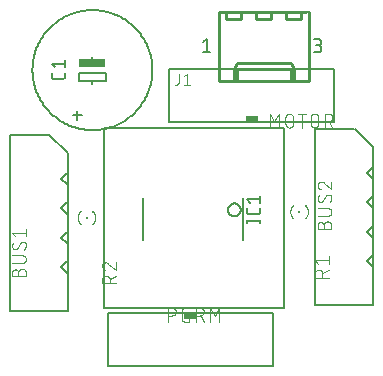
<source format=gbr>
G04 EAGLE Gerber RS-274X export*
G75*
%MOMM*%
%FSLAX34Y34*%
%LPD*%
%AMOC8*
5,1,8,0,0,1.08239X$1,22.5*%
G01*
%ADD10C,0.152400*%
%ADD11C,0.127000*%
%ADD12R,1.000000X0.500000*%
%ADD13C,0.101600*%
%ADD14R,2.286000X0.635000*%
%ADD15R,0.200000X0.200000*%
%ADD16R,0.250000X0.150000*%
%ADD17C,0.254000*%
%ADD18C,0.177800*%


D10*
X127430Y142010D02*
X127430Y106190D01*
X212770Y106190D02*
X212770Y142010D01*
X199818Y131847D02*
X199820Y131993D01*
X199826Y132138D01*
X199836Y132284D01*
X199850Y132429D01*
X199868Y132573D01*
X199889Y132717D01*
X199915Y132861D01*
X199945Y133003D01*
X199978Y133145D01*
X200016Y133286D01*
X200057Y133426D01*
X200102Y133564D01*
X200151Y133702D01*
X200203Y133838D01*
X200260Y133972D01*
X200319Y134105D01*
X200383Y134236D01*
X200450Y134365D01*
X200521Y134493D01*
X200595Y134618D01*
X200672Y134742D01*
X200753Y134863D01*
X200837Y134982D01*
X200924Y135099D01*
X201014Y135213D01*
X201108Y135325D01*
X201204Y135434D01*
X201304Y135541D01*
X201406Y135644D01*
X201511Y135745D01*
X201619Y135843D01*
X201730Y135938D01*
X201843Y136030D01*
X201958Y136119D01*
X202076Y136205D01*
X202196Y136287D01*
X202319Y136366D01*
X202443Y136442D01*
X202570Y136514D01*
X202698Y136583D01*
X202828Y136648D01*
X202960Y136710D01*
X203094Y136768D01*
X203229Y136822D01*
X203366Y136873D01*
X203504Y136920D01*
X203643Y136963D01*
X203783Y137002D01*
X203925Y137038D01*
X204067Y137069D01*
X204210Y137097D01*
X204354Y137121D01*
X204498Y137141D01*
X204643Y137157D01*
X204788Y137169D01*
X204933Y137177D01*
X205079Y137181D01*
X205225Y137181D01*
X205371Y137177D01*
X205516Y137169D01*
X205661Y137157D01*
X205806Y137141D01*
X205950Y137121D01*
X206094Y137097D01*
X206237Y137069D01*
X206379Y137038D01*
X206521Y137002D01*
X206661Y136963D01*
X206800Y136920D01*
X206938Y136873D01*
X207075Y136822D01*
X207210Y136768D01*
X207344Y136710D01*
X207476Y136648D01*
X207606Y136583D01*
X207734Y136514D01*
X207861Y136442D01*
X207985Y136366D01*
X208108Y136287D01*
X208228Y136205D01*
X208346Y136119D01*
X208461Y136030D01*
X208574Y135938D01*
X208685Y135843D01*
X208793Y135745D01*
X208898Y135644D01*
X209000Y135541D01*
X209100Y135434D01*
X209196Y135325D01*
X209290Y135213D01*
X209380Y135099D01*
X209467Y134982D01*
X209551Y134863D01*
X209632Y134742D01*
X209709Y134618D01*
X209783Y134493D01*
X209854Y134365D01*
X209921Y134236D01*
X209985Y134105D01*
X210044Y133972D01*
X210101Y133838D01*
X210153Y133702D01*
X210202Y133564D01*
X210247Y133426D01*
X210288Y133286D01*
X210326Y133145D01*
X210359Y133003D01*
X210389Y132861D01*
X210415Y132717D01*
X210436Y132573D01*
X210454Y132429D01*
X210468Y132284D01*
X210478Y132138D01*
X210484Y131993D01*
X210486Y131847D01*
X210484Y131701D01*
X210478Y131556D01*
X210468Y131410D01*
X210454Y131265D01*
X210436Y131121D01*
X210415Y130977D01*
X210389Y130833D01*
X210359Y130691D01*
X210326Y130549D01*
X210288Y130408D01*
X210247Y130268D01*
X210202Y130130D01*
X210153Y129992D01*
X210101Y129856D01*
X210044Y129722D01*
X209985Y129589D01*
X209921Y129458D01*
X209854Y129329D01*
X209783Y129201D01*
X209709Y129076D01*
X209632Y128952D01*
X209551Y128831D01*
X209467Y128712D01*
X209380Y128595D01*
X209290Y128481D01*
X209196Y128369D01*
X209100Y128260D01*
X209000Y128153D01*
X208898Y128050D01*
X208793Y127949D01*
X208685Y127851D01*
X208574Y127756D01*
X208461Y127664D01*
X208346Y127575D01*
X208228Y127489D01*
X208108Y127407D01*
X207985Y127328D01*
X207861Y127252D01*
X207734Y127180D01*
X207606Y127111D01*
X207476Y127046D01*
X207344Y126984D01*
X207210Y126926D01*
X207075Y126872D01*
X206938Y126821D01*
X206800Y126774D01*
X206661Y126731D01*
X206521Y126692D01*
X206379Y126656D01*
X206237Y126625D01*
X206094Y126597D01*
X205950Y126573D01*
X205806Y126553D01*
X205661Y126537D01*
X205516Y126525D01*
X205371Y126517D01*
X205225Y126513D01*
X205079Y126513D01*
X204933Y126517D01*
X204788Y126525D01*
X204643Y126537D01*
X204498Y126553D01*
X204354Y126573D01*
X204210Y126597D01*
X204067Y126625D01*
X203925Y126656D01*
X203783Y126692D01*
X203643Y126731D01*
X203504Y126774D01*
X203366Y126821D01*
X203229Y126872D01*
X203094Y126926D01*
X202960Y126984D01*
X202828Y127046D01*
X202698Y127111D01*
X202570Y127180D01*
X202443Y127252D01*
X202319Y127328D01*
X202196Y127407D01*
X202076Y127489D01*
X201958Y127575D01*
X201843Y127664D01*
X201730Y127756D01*
X201619Y127851D01*
X201511Y127949D01*
X201406Y128050D01*
X201304Y128153D01*
X201204Y128260D01*
X201108Y128369D01*
X201014Y128481D01*
X200924Y128595D01*
X200837Y128712D01*
X200753Y128831D01*
X200672Y128952D01*
X200595Y129076D01*
X200521Y129201D01*
X200450Y129329D01*
X200383Y129458D01*
X200319Y129589D01*
X200260Y129722D01*
X200203Y129856D01*
X200151Y129992D01*
X200102Y130130D01*
X200057Y130268D01*
X200016Y130408D01*
X199978Y130549D01*
X199945Y130691D01*
X199915Y130833D01*
X199889Y130977D01*
X199868Y131121D01*
X199850Y131265D01*
X199836Y131410D01*
X199826Y131556D01*
X199820Y131701D01*
X199818Y131847D01*
D11*
X215820Y121941D02*
X227250Y121941D01*
X227250Y120671D02*
X227250Y123211D01*
X215820Y123211D02*
X215820Y120671D01*
X227250Y130413D02*
X227250Y132953D01*
X227250Y130413D02*
X227248Y130313D01*
X227242Y130214D01*
X227232Y130114D01*
X227219Y130016D01*
X227201Y129917D01*
X227180Y129820D01*
X227155Y129724D01*
X227126Y129628D01*
X227093Y129534D01*
X227057Y129441D01*
X227017Y129350D01*
X226973Y129260D01*
X226926Y129172D01*
X226876Y129086D01*
X226822Y129002D01*
X226765Y128920D01*
X226705Y128841D01*
X226641Y128763D01*
X226575Y128689D01*
X226506Y128617D01*
X226434Y128548D01*
X226360Y128482D01*
X226282Y128418D01*
X226203Y128358D01*
X226121Y128301D01*
X226037Y128247D01*
X225951Y128197D01*
X225863Y128150D01*
X225773Y128106D01*
X225682Y128066D01*
X225589Y128030D01*
X225495Y127997D01*
X225399Y127968D01*
X225303Y127943D01*
X225206Y127922D01*
X225107Y127904D01*
X225009Y127891D01*
X224909Y127881D01*
X224810Y127875D01*
X224710Y127873D01*
X218360Y127873D01*
X218260Y127875D01*
X218161Y127881D01*
X218061Y127891D01*
X217963Y127904D01*
X217864Y127922D01*
X217767Y127943D01*
X217671Y127968D01*
X217575Y127997D01*
X217481Y128030D01*
X217388Y128066D01*
X217297Y128106D01*
X217207Y128150D01*
X217119Y128197D01*
X217033Y128247D01*
X216949Y128301D01*
X216867Y128358D01*
X216788Y128418D01*
X216710Y128482D01*
X216636Y128548D01*
X216564Y128617D01*
X216495Y128689D01*
X216429Y128763D01*
X216365Y128841D01*
X216305Y128920D01*
X216248Y129002D01*
X216194Y129086D01*
X216144Y129172D01*
X216097Y129260D01*
X216053Y129350D01*
X216013Y129441D01*
X215977Y129534D01*
X215944Y129628D01*
X215915Y129724D01*
X215890Y129820D01*
X215869Y129917D01*
X215851Y130016D01*
X215838Y130114D01*
X215828Y130214D01*
X215822Y130313D01*
X215820Y130413D01*
X215820Y132953D01*
X218360Y137435D02*
X215820Y140610D01*
X227250Y140610D01*
X227250Y137435D02*
X227250Y143785D01*
X94700Y201300D02*
X94700Y48900D01*
X94700Y201300D02*
X247100Y201300D01*
X247100Y48900D01*
X94700Y48900D01*
X97900Y44200D02*
X237900Y44200D01*
X97900Y44200D02*
X97900Y-800D01*
X237900Y-800D02*
X237900Y44200D01*
X237900Y-800D02*
X97900Y-800D01*
D12*
X167900Y41700D03*
D13*
X149226Y37008D02*
X149226Y48692D01*
X152472Y48692D01*
X152585Y48690D01*
X152698Y48684D01*
X152811Y48674D01*
X152924Y48660D01*
X153036Y48643D01*
X153147Y48621D01*
X153257Y48596D01*
X153367Y48566D01*
X153475Y48533D01*
X153582Y48496D01*
X153688Y48456D01*
X153792Y48411D01*
X153895Y48363D01*
X153996Y48312D01*
X154095Y48257D01*
X154192Y48199D01*
X154287Y48137D01*
X154380Y48072D01*
X154470Y48004D01*
X154558Y47933D01*
X154644Y47858D01*
X154727Y47781D01*
X154807Y47701D01*
X154884Y47618D01*
X154959Y47532D01*
X155030Y47444D01*
X155098Y47354D01*
X155163Y47261D01*
X155225Y47166D01*
X155283Y47069D01*
X155338Y46970D01*
X155389Y46869D01*
X155437Y46766D01*
X155482Y46662D01*
X155522Y46556D01*
X155559Y46449D01*
X155592Y46341D01*
X155622Y46231D01*
X155647Y46121D01*
X155669Y46010D01*
X155686Y45898D01*
X155700Y45785D01*
X155710Y45672D01*
X155716Y45559D01*
X155718Y45446D01*
X155716Y45333D01*
X155710Y45220D01*
X155700Y45107D01*
X155686Y44994D01*
X155669Y44882D01*
X155647Y44771D01*
X155622Y44661D01*
X155592Y44551D01*
X155559Y44443D01*
X155522Y44336D01*
X155482Y44230D01*
X155437Y44126D01*
X155389Y44023D01*
X155338Y43922D01*
X155283Y43823D01*
X155225Y43726D01*
X155163Y43631D01*
X155098Y43538D01*
X155030Y43448D01*
X154959Y43360D01*
X154884Y43274D01*
X154807Y43191D01*
X154727Y43111D01*
X154644Y43034D01*
X154558Y42959D01*
X154470Y42888D01*
X154380Y42820D01*
X154287Y42755D01*
X154192Y42693D01*
X154095Y42635D01*
X153996Y42580D01*
X153895Y42529D01*
X153792Y42481D01*
X153688Y42436D01*
X153582Y42396D01*
X153475Y42359D01*
X153367Y42326D01*
X153257Y42296D01*
X153147Y42271D01*
X153036Y42249D01*
X152924Y42232D01*
X152811Y42218D01*
X152698Y42208D01*
X152585Y42202D01*
X152472Y42200D01*
X152472Y42201D02*
X149226Y42201D01*
X165031Y43499D02*
X166978Y43499D01*
X166978Y37008D01*
X163083Y37008D01*
X162984Y37010D01*
X162884Y37016D01*
X162785Y37025D01*
X162687Y37038D01*
X162589Y37055D01*
X162491Y37076D01*
X162395Y37101D01*
X162300Y37129D01*
X162206Y37161D01*
X162113Y37196D01*
X162021Y37235D01*
X161931Y37278D01*
X161843Y37323D01*
X161756Y37373D01*
X161672Y37425D01*
X161589Y37481D01*
X161509Y37539D01*
X161431Y37601D01*
X161356Y37666D01*
X161283Y37734D01*
X161213Y37804D01*
X161145Y37877D01*
X161080Y37952D01*
X161018Y38030D01*
X160960Y38110D01*
X160904Y38193D01*
X160852Y38277D01*
X160802Y38364D01*
X160757Y38452D01*
X160714Y38542D01*
X160675Y38634D01*
X160640Y38727D01*
X160608Y38821D01*
X160580Y38916D01*
X160555Y39012D01*
X160534Y39110D01*
X160517Y39208D01*
X160504Y39306D01*
X160495Y39405D01*
X160489Y39505D01*
X160487Y39604D01*
X160487Y46096D01*
X160489Y46195D01*
X160495Y46295D01*
X160504Y46394D01*
X160517Y46492D01*
X160534Y46590D01*
X160555Y46688D01*
X160580Y46784D01*
X160608Y46879D01*
X160640Y46973D01*
X160675Y47066D01*
X160714Y47158D01*
X160757Y47248D01*
X160802Y47336D01*
X160852Y47423D01*
X160904Y47507D01*
X160960Y47590D01*
X161018Y47670D01*
X161080Y47748D01*
X161145Y47823D01*
X161213Y47896D01*
X161283Y47966D01*
X161356Y48034D01*
X161431Y48099D01*
X161509Y48161D01*
X161589Y48219D01*
X161672Y48275D01*
X161756Y48327D01*
X161843Y48377D01*
X161931Y48422D01*
X162021Y48465D01*
X162113Y48504D01*
X162205Y48539D01*
X162300Y48571D01*
X162395Y48599D01*
X162491Y48624D01*
X162589Y48645D01*
X162687Y48662D01*
X162785Y48675D01*
X162884Y48684D01*
X162984Y48690D01*
X163083Y48692D01*
X166978Y48692D01*
X172752Y48692D02*
X172752Y37008D01*
X172752Y48692D02*
X175998Y48692D01*
X176111Y48690D01*
X176224Y48684D01*
X176337Y48674D01*
X176450Y48660D01*
X176562Y48643D01*
X176673Y48621D01*
X176783Y48596D01*
X176893Y48566D01*
X177001Y48533D01*
X177108Y48496D01*
X177214Y48456D01*
X177318Y48411D01*
X177421Y48363D01*
X177522Y48312D01*
X177621Y48257D01*
X177718Y48199D01*
X177813Y48137D01*
X177906Y48072D01*
X177996Y48004D01*
X178084Y47933D01*
X178170Y47858D01*
X178253Y47781D01*
X178333Y47701D01*
X178410Y47618D01*
X178485Y47532D01*
X178556Y47444D01*
X178624Y47354D01*
X178689Y47261D01*
X178751Y47166D01*
X178809Y47069D01*
X178864Y46970D01*
X178915Y46869D01*
X178963Y46766D01*
X179008Y46662D01*
X179048Y46556D01*
X179085Y46449D01*
X179118Y46341D01*
X179148Y46231D01*
X179173Y46121D01*
X179195Y46010D01*
X179212Y45898D01*
X179226Y45785D01*
X179236Y45672D01*
X179242Y45559D01*
X179244Y45446D01*
X179242Y45333D01*
X179236Y45220D01*
X179226Y45107D01*
X179212Y44994D01*
X179195Y44882D01*
X179173Y44771D01*
X179148Y44661D01*
X179118Y44551D01*
X179085Y44443D01*
X179048Y44336D01*
X179008Y44230D01*
X178963Y44126D01*
X178915Y44023D01*
X178864Y43922D01*
X178809Y43823D01*
X178751Y43726D01*
X178689Y43631D01*
X178624Y43538D01*
X178556Y43448D01*
X178485Y43360D01*
X178410Y43274D01*
X178333Y43191D01*
X178253Y43111D01*
X178170Y43034D01*
X178084Y42959D01*
X177996Y42888D01*
X177906Y42820D01*
X177813Y42755D01*
X177718Y42693D01*
X177621Y42635D01*
X177522Y42580D01*
X177421Y42529D01*
X177318Y42481D01*
X177214Y42436D01*
X177108Y42396D01*
X177001Y42359D01*
X176893Y42326D01*
X176783Y42296D01*
X176673Y42271D01*
X176562Y42249D01*
X176450Y42232D01*
X176337Y42218D01*
X176224Y42208D01*
X176111Y42202D01*
X175998Y42200D01*
X175998Y42201D02*
X172752Y42201D01*
X176647Y42201D02*
X179244Y37008D01*
X184603Y37008D02*
X184603Y48692D01*
X188497Y42201D01*
X192392Y48692D01*
X192392Y37008D01*
D11*
X64100Y46200D02*
X64100Y179700D01*
X48100Y195200D02*
X15100Y195200D01*
X58600Y158200D02*
X63600Y163200D01*
X58600Y158200D02*
X63600Y153200D01*
X63600Y138200D02*
X58600Y133200D01*
X63600Y128200D01*
X63600Y113200D02*
X58600Y108200D01*
X63600Y103200D01*
X63600Y88200D02*
X58600Y83200D01*
X63600Y78200D01*
X64100Y179700D02*
X48600Y195200D01*
X15100Y195200D02*
X15100Y46200D01*
X64100Y46200D01*
D13*
X22201Y75361D02*
X22201Y78607D01*
X22200Y78607D02*
X22202Y78720D01*
X22208Y78833D01*
X22218Y78946D01*
X22232Y79059D01*
X22249Y79171D01*
X22271Y79282D01*
X22296Y79392D01*
X22326Y79502D01*
X22359Y79610D01*
X22396Y79717D01*
X22436Y79823D01*
X22481Y79927D01*
X22529Y80030D01*
X22580Y80131D01*
X22635Y80230D01*
X22693Y80327D01*
X22755Y80422D01*
X22820Y80515D01*
X22888Y80605D01*
X22959Y80693D01*
X23034Y80779D01*
X23111Y80862D01*
X23191Y80942D01*
X23274Y81019D01*
X23360Y81094D01*
X23448Y81165D01*
X23538Y81233D01*
X23631Y81298D01*
X23726Y81360D01*
X23823Y81418D01*
X23922Y81473D01*
X24023Y81524D01*
X24126Y81572D01*
X24230Y81617D01*
X24336Y81657D01*
X24443Y81694D01*
X24551Y81727D01*
X24661Y81757D01*
X24771Y81782D01*
X24882Y81804D01*
X24994Y81821D01*
X25107Y81835D01*
X25220Y81845D01*
X25333Y81851D01*
X25446Y81853D01*
X25559Y81851D01*
X25672Y81845D01*
X25785Y81835D01*
X25898Y81821D01*
X26010Y81804D01*
X26121Y81782D01*
X26231Y81757D01*
X26341Y81727D01*
X26449Y81694D01*
X26556Y81657D01*
X26662Y81617D01*
X26766Y81572D01*
X26869Y81524D01*
X26970Y81473D01*
X27069Y81418D01*
X27166Y81360D01*
X27261Y81298D01*
X27354Y81233D01*
X27444Y81165D01*
X27532Y81094D01*
X27618Y81019D01*
X27701Y80942D01*
X27781Y80862D01*
X27858Y80779D01*
X27933Y80693D01*
X28004Y80605D01*
X28072Y80515D01*
X28137Y80422D01*
X28199Y80327D01*
X28257Y80230D01*
X28312Y80131D01*
X28363Y80030D01*
X28411Y79927D01*
X28456Y79823D01*
X28496Y79717D01*
X28533Y79610D01*
X28566Y79502D01*
X28596Y79392D01*
X28621Y79282D01*
X28643Y79171D01*
X28660Y79059D01*
X28674Y78946D01*
X28684Y78833D01*
X28690Y78720D01*
X28692Y78607D01*
X28692Y75361D01*
X17008Y75361D01*
X17008Y78607D01*
X17010Y78708D01*
X17016Y78808D01*
X17026Y78908D01*
X17039Y79008D01*
X17057Y79107D01*
X17078Y79206D01*
X17103Y79303D01*
X17132Y79400D01*
X17165Y79495D01*
X17201Y79589D01*
X17241Y79681D01*
X17284Y79772D01*
X17331Y79861D01*
X17381Y79948D01*
X17435Y80034D01*
X17492Y80117D01*
X17552Y80197D01*
X17615Y80276D01*
X17682Y80352D01*
X17751Y80425D01*
X17823Y80495D01*
X17897Y80563D01*
X17974Y80628D01*
X18054Y80689D01*
X18136Y80748D01*
X18220Y80803D01*
X18306Y80855D01*
X18394Y80904D01*
X18484Y80949D01*
X18576Y80991D01*
X18669Y81029D01*
X18764Y81063D01*
X18859Y81094D01*
X18956Y81121D01*
X19054Y81144D01*
X19153Y81164D01*
X19253Y81179D01*
X19353Y81191D01*
X19453Y81199D01*
X19554Y81203D01*
X19654Y81203D01*
X19755Y81199D01*
X19855Y81191D01*
X19955Y81179D01*
X20055Y81164D01*
X20154Y81144D01*
X20252Y81121D01*
X20349Y81094D01*
X20444Y81063D01*
X20539Y81029D01*
X20632Y80991D01*
X20724Y80949D01*
X20814Y80904D01*
X20902Y80855D01*
X20988Y80803D01*
X21072Y80748D01*
X21154Y80689D01*
X21234Y80628D01*
X21311Y80563D01*
X21385Y80495D01*
X21457Y80425D01*
X21526Y80352D01*
X21593Y80276D01*
X21656Y80197D01*
X21716Y80117D01*
X21773Y80034D01*
X21827Y79948D01*
X21877Y79861D01*
X21924Y79772D01*
X21967Y79681D01*
X22007Y79589D01*
X22043Y79495D01*
X22076Y79400D01*
X22105Y79303D01*
X22130Y79206D01*
X22151Y79107D01*
X22169Y79008D01*
X22182Y78908D01*
X22192Y78808D01*
X22198Y78708D01*
X22200Y78607D01*
X25446Y86622D02*
X17008Y86622D01*
X25446Y86622D02*
X25559Y86624D01*
X25672Y86630D01*
X25785Y86640D01*
X25898Y86654D01*
X26010Y86671D01*
X26121Y86693D01*
X26231Y86718D01*
X26341Y86748D01*
X26449Y86781D01*
X26556Y86818D01*
X26662Y86858D01*
X26766Y86903D01*
X26869Y86951D01*
X26970Y87002D01*
X27069Y87057D01*
X27166Y87115D01*
X27261Y87177D01*
X27354Y87242D01*
X27444Y87310D01*
X27532Y87381D01*
X27618Y87456D01*
X27701Y87533D01*
X27781Y87613D01*
X27858Y87696D01*
X27933Y87782D01*
X28004Y87870D01*
X28072Y87960D01*
X28137Y88053D01*
X28199Y88148D01*
X28257Y88245D01*
X28312Y88344D01*
X28363Y88445D01*
X28411Y88548D01*
X28456Y88652D01*
X28496Y88758D01*
X28533Y88865D01*
X28566Y88973D01*
X28596Y89083D01*
X28621Y89193D01*
X28643Y89304D01*
X28660Y89416D01*
X28674Y89529D01*
X28684Y89642D01*
X28690Y89755D01*
X28692Y89868D01*
X28690Y89981D01*
X28684Y90094D01*
X28674Y90207D01*
X28660Y90320D01*
X28643Y90432D01*
X28621Y90543D01*
X28596Y90653D01*
X28566Y90763D01*
X28533Y90871D01*
X28496Y90978D01*
X28456Y91084D01*
X28411Y91188D01*
X28363Y91291D01*
X28312Y91392D01*
X28257Y91491D01*
X28199Y91588D01*
X28137Y91683D01*
X28072Y91776D01*
X28004Y91866D01*
X27933Y91954D01*
X27858Y92040D01*
X27781Y92123D01*
X27701Y92203D01*
X27618Y92280D01*
X27532Y92355D01*
X27444Y92426D01*
X27354Y92494D01*
X27261Y92559D01*
X27166Y92621D01*
X27069Y92679D01*
X26970Y92734D01*
X26869Y92785D01*
X26766Y92833D01*
X26662Y92878D01*
X26556Y92918D01*
X26449Y92955D01*
X26341Y92988D01*
X26231Y93018D01*
X26121Y93043D01*
X26010Y93065D01*
X25898Y93082D01*
X25785Y93096D01*
X25672Y93106D01*
X25559Y93112D01*
X25446Y93114D01*
X25446Y93113D02*
X17008Y93113D01*
X26096Y104543D02*
X26195Y104541D01*
X26295Y104535D01*
X26394Y104526D01*
X26492Y104513D01*
X26590Y104496D01*
X26688Y104475D01*
X26784Y104450D01*
X26879Y104422D01*
X26973Y104390D01*
X27066Y104355D01*
X27158Y104316D01*
X27248Y104273D01*
X27336Y104228D01*
X27423Y104178D01*
X27507Y104126D01*
X27590Y104070D01*
X27670Y104012D01*
X27748Y103950D01*
X27823Y103885D01*
X27896Y103817D01*
X27966Y103747D01*
X28034Y103674D01*
X28099Y103599D01*
X28161Y103521D01*
X28219Y103441D01*
X28275Y103358D01*
X28327Y103274D01*
X28377Y103187D01*
X28422Y103099D01*
X28465Y103009D01*
X28504Y102917D01*
X28539Y102824D01*
X28571Y102730D01*
X28599Y102635D01*
X28624Y102539D01*
X28645Y102441D01*
X28662Y102343D01*
X28675Y102245D01*
X28684Y102146D01*
X28690Y102046D01*
X28692Y101947D01*
X28690Y101803D01*
X28684Y101658D01*
X28675Y101514D01*
X28662Y101371D01*
X28645Y101227D01*
X28624Y101084D01*
X28599Y100942D01*
X28571Y100801D01*
X28539Y100660D01*
X28503Y100520D01*
X28464Y100381D01*
X28421Y100243D01*
X28374Y100107D01*
X28324Y99971D01*
X28270Y99837D01*
X28213Y99705D01*
X28152Y99574D01*
X28088Y99445D01*
X28020Y99317D01*
X27950Y99191D01*
X27875Y99067D01*
X27798Y98946D01*
X27717Y98826D01*
X27634Y98708D01*
X27547Y98593D01*
X27457Y98480D01*
X27364Y98369D01*
X27269Y98261D01*
X27170Y98155D01*
X27069Y98052D01*
X19604Y98377D02*
X19505Y98379D01*
X19405Y98385D01*
X19306Y98394D01*
X19208Y98407D01*
X19110Y98424D01*
X19012Y98445D01*
X18916Y98470D01*
X18821Y98498D01*
X18727Y98530D01*
X18634Y98565D01*
X18542Y98604D01*
X18452Y98647D01*
X18364Y98692D01*
X18277Y98742D01*
X18193Y98794D01*
X18110Y98850D01*
X18030Y98908D01*
X17952Y98970D01*
X17877Y99035D01*
X17804Y99103D01*
X17734Y99173D01*
X17666Y99246D01*
X17601Y99321D01*
X17539Y99399D01*
X17481Y99479D01*
X17425Y99562D01*
X17373Y99646D01*
X17323Y99733D01*
X17278Y99821D01*
X17235Y99911D01*
X17196Y100003D01*
X17161Y100096D01*
X17129Y100190D01*
X17101Y100285D01*
X17076Y100381D01*
X17055Y100479D01*
X17038Y100577D01*
X17025Y100675D01*
X17016Y100774D01*
X17010Y100874D01*
X17008Y100973D01*
X17010Y101109D01*
X17016Y101245D01*
X17025Y101381D01*
X17038Y101517D01*
X17056Y101652D01*
X17076Y101786D01*
X17101Y101920D01*
X17129Y102054D01*
X17162Y102186D01*
X17197Y102317D01*
X17237Y102448D01*
X17280Y102577D01*
X17326Y102705D01*
X17377Y102831D01*
X17430Y102957D01*
X17488Y103080D01*
X17548Y103202D01*
X17612Y103322D01*
X17680Y103441D01*
X17750Y103557D01*
X17824Y103671D01*
X17901Y103784D01*
X17982Y103894D01*
X21876Y99674D02*
X21823Y99588D01*
X21766Y99504D01*
X21707Y99422D01*
X21644Y99342D01*
X21578Y99265D01*
X21510Y99190D01*
X21438Y99118D01*
X21364Y99049D01*
X21287Y98983D01*
X21208Y98920D01*
X21126Y98860D01*
X21042Y98803D01*
X20956Y98749D01*
X20868Y98699D01*
X20778Y98652D01*
X20687Y98608D01*
X20593Y98569D01*
X20499Y98532D01*
X20403Y98500D01*
X20305Y98471D01*
X20207Y98446D01*
X20108Y98425D01*
X20008Y98407D01*
X19908Y98394D01*
X19807Y98384D01*
X19705Y98378D01*
X19604Y98376D01*
X23824Y103245D02*
X23877Y103331D01*
X23934Y103415D01*
X23993Y103497D01*
X24056Y103577D01*
X24122Y103654D01*
X24190Y103729D01*
X24262Y103801D01*
X24336Y103870D01*
X24413Y103936D01*
X24492Y103999D01*
X24574Y104059D01*
X24658Y104116D01*
X24744Y104170D01*
X24832Y104220D01*
X24922Y104267D01*
X25013Y104311D01*
X25107Y104350D01*
X25201Y104387D01*
X25297Y104419D01*
X25395Y104448D01*
X25493Y104473D01*
X25592Y104494D01*
X25692Y104512D01*
X25792Y104525D01*
X25893Y104535D01*
X25995Y104541D01*
X26096Y104543D01*
X23824Y103245D02*
X21876Y99675D01*
X19604Y109101D02*
X17008Y112346D01*
X28692Y112346D01*
X28692Y109101D02*
X28692Y115592D01*
D11*
X149700Y205800D02*
X289700Y205800D01*
X289700Y250800D01*
X149700Y250800D02*
X149700Y205800D01*
X149700Y250800D02*
X289700Y250800D01*
D12*
X219700Y208300D03*
D13*
X235208Y212992D02*
X235208Y201308D01*
X239103Y206501D02*
X235208Y212992D01*
X239103Y206501D02*
X242997Y212992D01*
X242997Y201308D01*
X248430Y204554D02*
X248430Y209746D01*
X248432Y209859D01*
X248438Y209972D01*
X248448Y210085D01*
X248462Y210198D01*
X248479Y210310D01*
X248501Y210421D01*
X248526Y210531D01*
X248556Y210641D01*
X248589Y210749D01*
X248626Y210856D01*
X248666Y210962D01*
X248711Y211066D01*
X248759Y211169D01*
X248810Y211270D01*
X248865Y211369D01*
X248923Y211466D01*
X248985Y211561D01*
X249050Y211654D01*
X249118Y211744D01*
X249189Y211832D01*
X249264Y211918D01*
X249341Y212001D01*
X249421Y212081D01*
X249504Y212158D01*
X249590Y212233D01*
X249678Y212304D01*
X249768Y212372D01*
X249861Y212437D01*
X249956Y212499D01*
X250053Y212557D01*
X250152Y212612D01*
X250253Y212663D01*
X250356Y212711D01*
X250460Y212756D01*
X250566Y212796D01*
X250673Y212833D01*
X250781Y212866D01*
X250891Y212896D01*
X251001Y212921D01*
X251112Y212943D01*
X251224Y212960D01*
X251337Y212974D01*
X251450Y212984D01*
X251563Y212990D01*
X251676Y212992D01*
X251789Y212990D01*
X251902Y212984D01*
X252015Y212974D01*
X252128Y212960D01*
X252240Y212943D01*
X252351Y212921D01*
X252461Y212896D01*
X252571Y212866D01*
X252679Y212833D01*
X252786Y212796D01*
X252892Y212756D01*
X252996Y212711D01*
X253099Y212663D01*
X253200Y212612D01*
X253299Y212557D01*
X253396Y212499D01*
X253491Y212437D01*
X253584Y212372D01*
X253674Y212304D01*
X253762Y212233D01*
X253848Y212158D01*
X253931Y212081D01*
X254011Y212001D01*
X254088Y211918D01*
X254163Y211832D01*
X254234Y211744D01*
X254302Y211654D01*
X254367Y211561D01*
X254429Y211466D01*
X254487Y211369D01*
X254542Y211270D01*
X254593Y211169D01*
X254641Y211066D01*
X254686Y210962D01*
X254726Y210856D01*
X254763Y210749D01*
X254796Y210641D01*
X254826Y210531D01*
X254851Y210421D01*
X254873Y210310D01*
X254890Y210198D01*
X254904Y210085D01*
X254914Y209972D01*
X254920Y209859D01*
X254922Y209746D01*
X254921Y209746D02*
X254921Y204554D01*
X254922Y204554D02*
X254920Y204441D01*
X254914Y204328D01*
X254904Y204215D01*
X254890Y204102D01*
X254873Y203990D01*
X254851Y203879D01*
X254826Y203769D01*
X254796Y203659D01*
X254763Y203551D01*
X254726Y203444D01*
X254686Y203338D01*
X254641Y203234D01*
X254593Y203131D01*
X254542Y203030D01*
X254487Y202931D01*
X254429Y202834D01*
X254367Y202739D01*
X254302Y202646D01*
X254234Y202556D01*
X254163Y202468D01*
X254088Y202382D01*
X254011Y202299D01*
X253931Y202219D01*
X253848Y202142D01*
X253762Y202067D01*
X253674Y201996D01*
X253584Y201928D01*
X253491Y201863D01*
X253396Y201801D01*
X253299Y201743D01*
X253200Y201688D01*
X253099Y201637D01*
X252996Y201589D01*
X252892Y201544D01*
X252786Y201504D01*
X252679Y201467D01*
X252571Y201434D01*
X252461Y201404D01*
X252351Y201379D01*
X252240Y201357D01*
X252128Y201340D01*
X252015Y201326D01*
X251902Y201316D01*
X251789Y201310D01*
X251676Y201308D01*
X251563Y201310D01*
X251450Y201316D01*
X251337Y201326D01*
X251224Y201340D01*
X251112Y201357D01*
X251001Y201379D01*
X250891Y201404D01*
X250781Y201434D01*
X250673Y201467D01*
X250566Y201504D01*
X250460Y201544D01*
X250356Y201589D01*
X250253Y201637D01*
X250152Y201688D01*
X250053Y201743D01*
X249956Y201801D01*
X249861Y201863D01*
X249768Y201928D01*
X249678Y201996D01*
X249590Y202067D01*
X249504Y202142D01*
X249421Y202219D01*
X249341Y202299D01*
X249264Y202382D01*
X249189Y202468D01*
X249118Y202556D01*
X249050Y202646D01*
X248985Y202739D01*
X248923Y202834D01*
X248865Y202931D01*
X248810Y203030D01*
X248759Y203131D01*
X248711Y203234D01*
X248666Y203338D01*
X248626Y203444D01*
X248589Y203551D01*
X248556Y203659D01*
X248526Y203769D01*
X248501Y203879D01*
X248479Y203990D01*
X248462Y204102D01*
X248448Y204215D01*
X248438Y204328D01*
X248432Y204441D01*
X248430Y204554D01*
X262344Y201308D02*
X262344Y212992D01*
X265589Y212992D02*
X259098Y212992D01*
X269766Y209746D02*
X269766Y204554D01*
X269766Y209746D02*
X269768Y209859D01*
X269774Y209972D01*
X269784Y210085D01*
X269798Y210198D01*
X269815Y210310D01*
X269837Y210421D01*
X269862Y210531D01*
X269892Y210641D01*
X269925Y210749D01*
X269962Y210856D01*
X270002Y210962D01*
X270047Y211066D01*
X270095Y211169D01*
X270146Y211270D01*
X270201Y211369D01*
X270259Y211466D01*
X270321Y211561D01*
X270386Y211654D01*
X270454Y211744D01*
X270525Y211832D01*
X270600Y211918D01*
X270677Y212001D01*
X270757Y212081D01*
X270840Y212158D01*
X270926Y212233D01*
X271014Y212304D01*
X271104Y212372D01*
X271197Y212437D01*
X271292Y212499D01*
X271389Y212557D01*
X271488Y212612D01*
X271589Y212663D01*
X271692Y212711D01*
X271796Y212756D01*
X271902Y212796D01*
X272009Y212833D01*
X272117Y212866D01*
X272227Y212896D01*
X272337Y212921D01*
X272448Y212943D01*
X272560Y212960D01*
X272673Y212974D01*
X272786Y212984D01*
X272899Y212990D01*
X273012Y212992D01*
X273125Y212990D01*
X273238Y212984D01*
X273351Y212974D01*
X273464Y212960D01*
X273576Y212943D01*
X273687Y212921D01*
X273797Y212896D01*
X273907Y212866D01*
X274015Y212833D01*
X274122Y212796D01*
X274228Y212756D01*
X274332Y212711D01*
X274435Y212663D01*
X274536Y212612D01*
X274635Y212557D01*
X274732Y212499D01*
X274827Y212437D01*
X274920Y212372D01*
X275010Y212304D01*
X275098Y212233D01*
X275184Y212158D01*
X275267Y212081D01*
X275347Y212001D01*
X275424Y211918D01*
X275499Y211832D01*
X275570Y211744D01*
X275638Y211654D01*
X275703Y211561D01*
X275765Y211466D01*
X275823Y211369D01*
X275878Y211270D01*
X275929Y211169D01*
X275977Y211066D01*
X276022Y210962D01*
X276062Y210856D01*
X276099Y210749D01*
X276132Y210641D01*
X276162Y210531D01*
X276187Y210421D01*
X276209Y210310D01*
X276226Y210198D01*
X276240Y210085D01*
X276250Y209972D01*
X276256Y209859D01*
X276258Y209746D01*
X276257Y209746D02*
X276257Y204554D01*
X276258Y204554D02*
X276256Y204441D01*
X276250Y204328D01*
X276240Y204215D01*
X276226Y204102D01*
X276209Y203990D01*
X276187Y203879D01*
X276162Y203769D01*
X276132Y203659D01*
X276099Y203551D01*
X276062Y203444D01*
X276022Y203338D01*
X275977Y203234D01*
X275929Y203131D01*
X275878Y203030D01*
X275823Y202931D01*
X275765Y202834D01*
X275703Y202739D01*
X275638Y202646D01*
X275570Y202556D01*
X275499Y202468D01*
X275424Y202382D01*
X275347Y202299D01*
X275267Y202219D01*
X275184Y202142D01*
X275098Y202067D01*
X275010Y201996D01*
X274920Y201928D01*
X274827Y201863D01*
X274732Y201801D01*
X274635Y201743D01*
X274536Y201688D01*
X274435Y201637D01*
X274332Y201589D01*
X274228Y201544D01*
X274122Y201504D01*
X274015Y201467D01*
X273907Y201434D01*
X273797Y201404D01*
X273687Y201379D01*
X273576Y201357D01*
X273464Y201340D01*
X273351Y201326D01*
X273238Y201316D01*
X273125Y201310D01*
X273012Y201308D01*
X272899Y201310D01*
X272786Y201316D01*
X272673Y201326D01*
X272560Y201340D01*
X272448Y201357D01*
X272337Y201379D01*
X272227Y201404D01*
X272117Y201434D01*
X272009Y201467D01*
X271902Y201504D01*
X271796Y201544D01*
X271692Y201589D01*
X271589Y201637D01*
X271488Y201688D01*
X271389Y201743D01*
X271292Y201801D01*
X271197Y201863D01*
X271104Y201928D01*
X271014Y201996D01*
X270926Y202067D01*
X270840Y202142D01*
X270757Y202219D01*
X270677Y202299D01*
X270600Y202382D01*
X270525Y202468D01*
X270454Y202556D01*
X270386Y202646D01*
X270321Y202739D01*
X270259Y202834D01*
X270201Y202931D01*
X270146Y203030D01*
X270095Y203131D01*
X270047Y203234D01*
X270002Y203338D01*
X269962Y203444D01*
X269925Y203551D01*
X269892Y203659D01*
X269862Y203769D01*
X269837Y203879D01*
X269815Y203990D01*
X269798Y204102D01*
X269784Y204215D01*
X269774Y204328D01*
X269768Y204441D01*
X269766Y204554D01*
X281651Y201308D02*
X281651Y212992D01*
X284896Y212992D01*
X285009Y212990D01*
X285122Y212984D01*
X285235Y212974D01*
X285348Y212960D01*
X285460Y212943D01*
X285571Y212921D01*
X285681Y212896D01*
X285791Y212866D01*
X285899Y212833D01*
X286006Y212796D01*
X286112Y212756D01*
X286216Y212711D01*
X286319Y212663D01*
X286420Y212612D01*
X286519Y212557D01*
X286616Y212499D01*
X286711Y212437D01*
X286804Y212372D01*
X286894Y212304D01*
X286982Y212233D01*
X287068Y212158D01*
X287151Y212081D01*
X287231Y212001D01*
X287308Y211918D01*
X287383Y211832D01*
X287454Y211744D01*
X287522Y211654D01*
X287587Y211561D01*
X287649Y211466D01*
X287707Y211369D01*
X287762Y211270D01*
X287813Y211169D01*
X287861Y211066D01*
X287906Y210962D01*
X287946Y210856D01*
X287983Y210749D01*
X288016Y210641D01*
X288046Y210531D01*
X288071Y210421D01*
X288093Y210310D01*
X288110Y210198D01*
X288124Y210085D01*
X288134Y209972D01*
X288140Y209859D01*
X288142Y209746D01*
X288140Y209633D01*
X288134Y209520D01*
X288124Y209407D01*
X288110Y209294D01*
X288093Y209182D01*
X288071Y209071D01*
X288046Y208961D01*
X288016Y208851D01*
X287983Y208743D01*
X287946Y208636D01*
X287906Y208530D01*
X287861Y208426D01*
X287813Y208323D01*
X287762Y208222D01*
X287707Y208123D01*
X287649Y208026D01*
X287587Y207931D01*
X287522Y207838D01*
X287454Y207748D01*
X287383Y207660D01*
X287308Y207574D01*
X287231Y207491D01*
X287151Y207411D01*
X287068Y207334D01*
X286982Y207259D01*
X286894Y207188D01*
X286804Y207120D01*
X286711Y207055D01*
X286616Y206993D01*
X286519Y206935D01*
X286420Y206880D01*
X286319Y206829D01*
X286216Y206781D01*
X286112Y206736D01*
X286006Y206696D01*
X285899Y206659D01*
X285791Y206626D01*
X285681Y206596D01*
X285571Y206571D01*
X285460Y206549D01*
X285348Y206532D01*
X285235Y206518D01*
X285122Y206508D01*
X285009Y206502D01*
X284896Y206500D01*
X284896Y206501D02*
X281651Y206501D01*
X285545Y206501D02*
X288142Y201308D01*
D11*
X322800Y184700D02*
X322800Y51200D01*
X306800Y200200D02*
X273800Y200200D01*
X317300Y163200D02*
X322300Y168200D01*
X317300Y163200D02*
X322300Y158200D01*
X322300Y143200D02*
X317300Y138200D01*
X322300Y133200D01*
X322300Y118200D02*
X317300Y113200D01*
X322300Y108200D01*
X322300Y93200D02*
X317300Y88200D01*
X322300Y83200D01*
X322800Y184700D02*
X307300Y200200D01*
X273800Y200200D02*
X273800Y51200D01*
X322800Y51200D01*
D13*
X280901Y115361D02*
X280901Y118607D01*
X280900Y118607D02*
X280902Y118720D01*
X280908Y118833D01*
X280918Y118946D01*
X280932Y119059D01*
X280949Y119171D01*
X280971Y119282D01*
X280996Y119392D01*
X281026Y119502D01*
X281059Y119610D01*
X281096Y119717D01*
X281136Y119823D01*
X281181Y119927D01*
X281229Y120030D01*
X281280Y120131D01*
X281335Y120230D01*
X281393Y120327D01*
X281455Y120422D01*
X281520Y120515D01*
X281588Y120605D01*
X281659Y120693D01*
X281734Y120779D01*
X281811Y120862D01*
X281891Y120942D01*
X281974Y121019D01*
X282060Y121094D01*
X282148Y121165D01*
X282238Y121233D01*
X282331Y121298D01*
X282426Y121360D01*
X282523Y121418D01*
X282622Y121473D01*
X282723Y121524D01*
X282826Y121572D01*
X282930Y121617D01*
X283036Y121657D01*
X283143Y121694D01*
X283251Y121727D01*
X283361Y121757D01*
X283471Y121782D01*
X283582Y121804D01*
X283694Y121821D01*
X283807Y121835D01*
X283920Y121845D01*
X284033Y121851D01*
X284146Y121853D01*
X284259Y121851D01*
X284372Y121845D01*
X284485Y121835D01*
X284598Y121821D01*
X284710Y121804D01*
X284821Y121782D01*
X284931Y121757D01*
X285041Y121727D01*
X285149Y121694D01*
X285256Y121657D01*
X285362Y121617D01*
X285466Y121572D01*
X285569Y121524D01*
X285670Y121473D01*
X285769Y121418D01*
X285866Y121360D01*
X285961Y121298D01*
X286054Y121233D01*
X286144Y121165D01*
X286232Y121094D01*
X286318Y121019D01*
X286401Y120942D01*
X286481Y120862D01*
X286558Y120779D01*
X286633Y120693D01*
X286704Y120605D01*
X286772Y120515D01*
X286837Y120422D01*
X286899Y120327D01*
X286957Y120230D01*
X287012Y120131D01*
X287063Y120030D01*
X287111Y119927D01*
X287156Y119823D01*
X287196Y119717D01*
X287233Y119610D01*
X287266Y119502D01*
X287296Y119392D01*
X287321Y119282D01*
X287343Y119171D01*
X287360Y119059D01*
X287374Y118946D01*
X287384Y118833D01*
X287390Y118720D01*
X287392Y118607D01*
X287392Y115361D01*
X275708Y115361D01*
X275708Y118607D01*
X275710Y118708D01*
X275716Y118808D01*
X275726Y118908D01*
X275739Y119008D01*
X275757Y119107D01*
X275778Y119206D01*
X275803Y119303D01*
X275832Y119400D01*
X275865Y119495D01*
X275901Y119589D01*
X275941Y119681D01*
X275984Y119772D01*
X276031Y119861D01*
X276081Y119948D01*
X276135Y120034D01*
X276192Y120117D01*
X276252Y120197D01*
X276315Y120276D01*
X276382Y120352D01*
X276451Y120425D01*
X276523Y120495D01*
X276597Y120563D01*
X276674Y120628D01*
X276754Y120689D01*
X276836Y120748D01*
X276920Y120803D01*
X277006Y120855D01*
X277094Y120904D01*
X277184Y120949D01*
X277276Y120991D01*
X277369Y121029D01*
X277464Y121063D01*
X277559Y121094D01*
X277656Y121121D01*
X277754Y121144D01*
X277853Y121164D01*
X277953Y121179D01*
X278053Y121191D01*
X278153Y121199D01*
X278254Y121203D01*
X278354Y121203D01*
X278455Y121199D01*
X278555Y121191D01*
X278655Y121179D01*
X278755Y121164D01*
X278854Y121144D01*
X278952Y121121D01*
X279049Y121094D01*
X279144Y121063D01*
X279239Y121029D01*
X279332Y120991D01*
X279424Y120949D01*
X279514Y120904D01*
X279602Y120855D01*
X279688Y120803D01*
X279772Y120748D01*
X279854Y120689D01*
X279934Y120628D01*
X280011Y120563D01*
X280085Y120495D01*
X280157Y120425D01*
X280226Y120352D01*
X280293Y120276D01*
X280356Y120197D01*
X280416Y120117D01*
X280473Y120034D01*
X280527Y119948D01*
X280577Y119861D01*
X280624Y119772D01*
X280667Y119681D01*
X280707Y119589D01*
X280743Y119495D01*
X280776Y119400D01*
X280805Y119303D01*
X280830Y119206D01*
X280851Y119107D01*
X280869Y119008D01*
X280882Y118908D01*
X280892Y118808D01*
X280898Y118708D01*
X280900Y118607D01*
X284146Y126622D02*
X275708Y126622D01*
X284146Y126622D02*
X284259Y126624D01*
X284372Y126630D01*
X284485Y126640D01*
X284598Y126654D01*
X284710Y126671D01*
X284821Y126693D01*
X284931Y126718D01*
X285041Y126748D01*
X285149Y126781D01*
X285256Y126818D01*
X285362Y126858D01*
X285466Y126903D01*
X285569Y126951D01*
X285670Y127002D01*
X285769Y127057D01*
X285866Y127115D01*
X285961Y127177D01*
X286054Y127242D01*
X286144Y127310D01*
X286232Y127381D01*
X286318Y127456D01*
X286401Y127533D01*
X286481Y127613D01*
X286558Y127696D01*
X286633Y127782D01*
X286704Y127870D01*
X286772Y127960D01*
X286837Y128053D01*
X286899Y128148D01*
X286957Y128245D01*
X287012Y128344D01*
X287063Y128445D01*
X287111Y128548D01*
X287156Y128652D01*
X287196Y128758D01*
X287233Y128865D01*
X287266Y128973D01*
X287296Y129083D01*
X287321Y129193D01*
X287343Y129304D01*
X287360Y129416D01*
X287374Y129529D01*
X287384Y129642D01*
X287390Y129755D01*
X287392Y129868D01*
X287390Y129981D01*
X287384Y130094D01*
X287374Y130207D01*
X287360Y130320D01*
X287343Y130432D01*
X287321Y130543D01*
X287296Y130653D01*
X287266Y130763D01*
X287233Y130871D01*
X287196Y130978D01*
X287156Y131084D01*
X287111Y131188D01*
X287063Y131291D01*
X287012Y131392D01*
X286957Y131491D01*
X286899Y131588D01*
X286837Y131683D01*
X286772Y131776D01*
X286704Y131866D01*
X286633Y131954D01*
X286558Y132040D01*
X286481Y132123D01*
X286401Y132203D01*
X286318Y132280D01*
X286232Y132355D01*
X286144Y132426D01*
X286054Y132494D01*
X285961Y132559D01*
X285866Y132621D01*
X285769Y132679D01*
X285670Y132734D01*
X285569Y132785D01*
X285466Y132833D01*
X285362Y132878D01*
X285256Y132918D01*
X285149Y132955D01*
X285041Y132988D01*
X284931Y133018D01*
X284821Y133043D01*
X284710Y133065D01*
X284598Y133082D01*
X284485Y133096D01*
X284372Y133106D01*
X284259Y133112D01*
X284146Y133114D01*
X284146Y133113D02*
X275708Y133113D01*
X284796Y144543D02*
X284895Y144541D01*
X284995Y144535D01*
X285094Y144526D01*
X285192Y144513D01*
X285290Y144496D01*
X285388Y144475D01*
X285484Y144450D01*
X285579Y144422D01*
X285673Y144390D01*
X285766Y144355D01*
X285858Y144316D01*
X285948Y144273D01*
X286036Y144228D01*
X286123Y144178D01*
X286207Y144126D01*
X286290Y144070D01*
X286370Y144012D01*
X286448Y143950D01*
X286523Y143885D01*
X286596Y143817D01*
X286666Y143747D01*
X286734Y143674D01*
X286799Y143599D01*
X286861Y143521D01*
X286919Y143441D01*
X286975Y143358D01*
X287027Y143274D01*
X287077Y143187D01*
X287122Y143099D01*
X287165Y143009D01*
X287204Y142917D01*
X287239Y142824D01*
X287271Y142730D01*
X287299Y142635D01*
X287324Y142539D01*
X287345Y142441D01*
X287362Y142343D01*
X287375Y142245D01*
X287384Y142146D01*
X287390Y142046D01*
X287392Y141947D01*
X287390Y141803D01*
X287384Y141658D01*
X287375Y141514D01*
X287362Y141371D01*
X287345Y141227D01*
X287324Y141084D01*
X287299Y140942D01*
X287271Y140801D01*
X287239Y140660D01*
X287203Y140520D01*
X287164Y140381D01*
X287121Y140243D01*
X287074Y140107D01*
X287024Y139971D01*
X286970Y139837D01*
X286913Y139705D01*
X286852Y139574D01*
X286788Y139445D01*
X286720Y139317D01*
X286650Y139191D01*
X286575Y139067D01*
X286498Y138946D01*
X286417Y138826D01*
X286334Y138708D01*
X286247Y138593D01*
X286157Y138480D01*
X286064Y138369D01*
X285969Y138261D01*
X285870Y138155D01*
X285769Y138052D01*
X278304Y138377D02*
X278205Y138379D01*
X278105Y138385D01*
X278006Y138394D01*
X277908Y138407D01*
X277810Y138424D01*
X277712Y138445D01*
X277616Y138470D01*
X277521Y138498D01*
X277427Y138530D01*
X277334Y138565D01*
X277242Y138604D01*
X277152Y138647D01*
X277064Y138692D01*
X276977Y138742D01*
X276893Y138794D01*
X276810Y138850D01*
X276730Y138908D01*
X276652Y138970D01*
X276577Y139035D01*
X276504Y139103D01*
X276434Y139173D01*
X276366Y139246D01*
X276301Y139321D01*
X276239Y139399D01*
X276181Y139479D01*
X276125Y139562D01*
X276073Y139646D01*
X276023Y139733D01*
X275978Y139821D01*
X275935Y139911D01*
X275896Y140003D01*
X275861Y140096D01*
X275829Y140190D01*
X275801Y140285D01*
X275776Y140381D01*
X275755Y140479D01*
X275738Y140577D01*
X275725Y140675D01*
X275716Y140774D01*
X275710Y140874D01*
X275708Y140973D01*
X275710Y141109D01*
X275716Y141245D01*
X275725Y141381D01*
X275738Y141517D01*
X275756Y141652D01*
X275776Y141786D01*
X275801Y141920D01*
X275829Y142054D01*
X275862Y142186D01*
X275897Y142317D01*
X275937Y142448D01*
X275980Y142577D01*
X276026Y142705D01*
X276077Y142831D01*
X276130Y142957D01*
X276188Y143080D01*
X276248Y143202D01*
X276312Y143322D01*
X276380Y143441D01*
X276450Y143557D01*
X276524Y143671D01*
X276601Y143784D01*
X276682Y143894D01*
X280576Y139674D02*
X280523Y139588D01*
X280466Y139504D01*
X280407Y139422D01*
X280344Y139342D01*
X280278Y139265D01*
X280210Y139190D01*
X280138Y139118D01*
X280064Y139049D01*
X279987Y138983D01*
X279908Y138920D01*
X279826Y138860D01*
X279742Y138803D01*
X279656Y138749D01*
X279568Y138699D01*
X279478Y138652D01*
X279387Y138608D01*
X279293Y138569D01*
X279199Y138532D01*
X279103Y138500D01*
X279005Y138471D01*
X278907Y138446D01*
X278808Y138425D01*
X278708Y138407D01*
X278608Y138394D01*
X278507Y138384D01*
X278405Y138378D01*
X278304Y138376D01*
X282524Y143245D02*
X282577Y143331D01*
X282634Y143415D01*
X282693Y143497D01*
X282756Y143577D01*
X282822Y143654D01*
X282890Y143729D01*
X282962Y143801D01*
X283036Y143870D01*
X283113Y143936D01*
X283192Y143999D01*
X283274Y144059D01*
X283358Y144116D01*
X283444Y144170D01*
X283532Y144220D01*
X283622Y144267D01*
X283713Y144311D01*
X283807Y144350D01*
X283901Y144387D01*
X283997Y144419D01*
X284095Y144448D01*
X284193Y144473D01*
X284292Y144494D01*
X284392Y144512D01*
X284492Y144525D01*
X284593Y144535D01*
X284695Y144541D01*
X284796Y144543D01*
X282524Y143245D02*
X280576Y139675D01*
X275708Y152671D02*
X275710Y152778D01*
X275716Y152884D01*
X275726Y152990D01*
X275739Y153096D01*
X275757Y153202D01*
X275778Y153306D01*
X275803Y153410D01*
X275832Y153513D01*
X275864Y153614D01*
X275901Y153714D01*
X275941Y153813D01*
X275984Y153911D01*
X276031Y154007D01*
X276082Y154101D01*
X276136Y154193D01*
X276193Y154283D01*
X276253Y154371D01*
X276317Y154456D01*
X276384Y154539D01*
X276454Y154620D01*
X276526Y154698D01*
X276602Y154774D01*
X276680Y154846D01*
X276761Y154916D01*
X276844Y154983D01*
X276929Y155047D01*
X277017Y155107D01*
X277107Y155164D01*
X277199Y155218D01*
X277293Y155269D01*
X277389Y155316D01*
X277487Y155359D01*
X277586Y155399D01*
X277686Y155436D01*
X277787Y155468D01*
X277890Y155497D01*
X277994Y155522D01*
X278098Y155543D01*
X278204Y155561D01*
X278310Y155574D01*
X278416Y155584D01*
X278522Y155590D01*
X278629Y155592D01*
X275708Y152671D02*
X275710Y152550D01*
X275716Y152429D01*
X275726Y152309D01*
X275739Y152188D01*
X275757Y152069D01*
X275778Y151949D01*
X275803Y151831D01*
X275832Y151714D01*
X275865Y151597D01*
X275901Y151482D01*
X275942Y151368D01*
X275985Y151255D01*
X276033Y151143D01*
X276084Y151034D01*
X276139Y150926D01*
X276197Y150819D01*
X276258Y150715D01*
X276323Y150613D01*
X276391Y150513D01*
X276462Y150415D01*
X276536Y150319D01*
X276613Y150226D01*
X276694Y150136D01*
X276777Y150048D01*
X276863Y149963D01*
X276952Y149880D01*
X277043Y149801D01*
X277137Y149724D01*
X277233Y149651D01*
X277331Y149581D01*
X277432Y149514D01*
X277535Y149450D01*
X277640Y149390D01*
X277747Y149332D01*
X277855Y149279D01*
X277965Y149229D01*
X278077Y149183D01*
X278190Y149140D01*
X278305Y149101D01*
X280901Y154618D02*
X280823Y154697D01*
X280743Y154773D01*
X280660Y154846D01*
X280574Y154916D01*
X280487Y154983D01*
X280396Y155047D01*
X280304Y155107D01*
X280210Y155165D01*
X280113Y155219D01*
X280015Y155269D01*
X279915Y155316D01*
X279814Y155360D01*
X279711Y155400D01*
X279606Y155436D01*
X279501Y155468D01*
X279394Y155497D01*
X279287Y155522D01*
X279178Y155544D01*
X279069Y155561D01*
X278960Y155575D01*
X278850Y155584D01*
X278739Y155590D01*
X278629Y155592D01*
X280901Y154618D02*
X287392Y149101D01*
X287392Y155592D01*
D10*
X85000Y238570D02*
X85000Y241110D01*
X96430Y241110D01*
X96430Y247460D01*
X73570Y247460D01*
X73570Y241110D01*
X85000Y241110D01*
X85000Y256350D02*
X85000Y261430D01*
X76110Y211900D02*
X68490Y211900D01*
X72300Y215710D02*
X72300Y208090D01*
X34200Y250000D02*
X34215Y251247D01*
X34261Y252493D01*
X34338Y253737D01*
X34445Y254979D01*
X34582Y256218D01*
X34750Y257454D01*
X34948Y258685D01*
X35176Y259911D01*
X35434Y261130D01*
X35722Y262343D01*
X36040Y263549D01*
X36387Y264746D01*
X36764Y265935D01*
X37170Y267114D01*
X37604Y268283D01*
X38067Y269440D01*
X38558Y270586D01*
X39077Y271720D01*
X39624Y272840D01*
X40198Y273947D01*
X40800Y275039D01*
X41427Y276116D01*
X42081Y277178D01*
X42761Y278223D01*
X43467Y279251D01*
X44197Y280262D01*
X44952Y281254D01*
X45731Y282227D01*
X46534Y283181D01*
X47360Y284115D01*
X48208Y285029D01*
X49079Y285921D01*
X49971Y286792D01*
X50885Y287640D01*
X51819Y288466D01*
X52773Y289269D01*
X53746Y290048D01*
X54738Y290803D01*
X55749Y291533D01*
X56777Y292239D01*
X57822Y292919D01*
X58884Y293573D01*
X59961Y294200D01*
X61053Y294802D01*
X62160Y295376D01*
X63280Y295923D01*
X64414Y296442D01*
X65560Y296933D01*
X66717Y297396D01*
X67886Y297830D01*
X69065Y298236D01*
X70254Y298613D01*
X71451Y298960D01*
X72657Y299278D01*
X73870Y299566D01*
X75089Y299824D01*
X76315Y300052D01*
X77546Y300250D01*
X78782Y300418D01*
X80021Y300555D01*
X81263Y300662D01*
X82507Y300739D01*
X83753Y300785D01*
X85000Y300800D01*
X86247Y300785D01*
X87493Y300739D01*
X88737Y300662D01*
X89979Y300555D01*
X91218Y300418D01*
X92454Y300250D01*
X93685Y300052D01*
X94911Y299824D01*
X96130Y299566D01*
X97343Y299278D01*
X98549Y298960D01*
X99746Y298613D01*
X100935Y298236D01*
X102114Y297830D01*
X103283Y297396D01*
X104440Y296933D01*
X105586Y296442D01*
X106720Y295923D01*
X107840Y295376D01*
X108947Y294802D01*
X110039Y294200D01*
X111116Y293573D01*
X112178Y292919D01*
X113223Y292239D01*
X114251Y291533D01*
X115262Y290803D01*
X116254Y290048D01*
X117227Y289269D01*
X118181Y288466D01*
X119115Y287640D01*
X120029Y286792D01*
X120921Y285921D01*
X121792Y285029D01*
X122640Y284115D01*
X123466Y283181D01*
X124269Y282227D01*
X125048Y281254D01*
X125803Y280262D01*
X126533Y279251D01*
X127239Y278223D01*
X127919Y277178D01*
X128573Y276116D01*
X129200Y275039D01*
X129802Y273947D01*
X130376Y272840D01*
X130923Y271720D01*
X131442Y270586D01*
X131933Y269440D01*
X132396Y268283D01*
X132830Y267114D01*
X133236Y265935D01*
X133613Y264746D01*
X133960Y263549D01*
X134278Y262343D01*
X134566Y261130D01*
X134824Y259911D01*
X135052Y258685D01*
X135250Y257454D01*
X135418Y256218D01*
X135555Y254979D01*
X135662Y253737D01*
X135739Y252493D01*
X135785Y251247D01*
X135800Y250000D01*
X135785Y248753D01*
X135739Y247507D01*
X135662Y246263D01*
X135555Y245021D01*
X135418Y243782D01*
X135250Y242546D01*
X135052Y241315D01*
X134824Y240089D01*
X134566Y238870D01*
X134278Y237657D01*
X133960Y236451D01*
X133613Y235254D01*
X133236Y234065D01*
X132830Y232886D01*
X132396Y231717D01*
X131933Y230560D01*
X131442Y229414D01*
X130923Y228280D01*
X130376Y227160D01*
X129802Y226053D01*
X129200Y224961D01*
X128573Y223884D01*
X127919Y222822D01*
X127239Y221777D01*
X126533Y220749D01*
X125803Y219738D01*
X125048Y218746D01*
X124269Y217773D01*
X123466Y216819D01*
X122640Y215885D01*
X121792Y214971D01*
X120921Y214079D01*
X120029Y213208D01*
X119115Y212360D01*
X118181Y211534D01*
X117227Y210731D01*
X116254Y209952D01*
X115262Y209197D01*
X114251Y208467D01*
X113223Y207761D01*
X112178Y207081D01*
X111116Y206427D01*
X110039Y205800D01*
X108947Y205198D01*
X107840Y204624D01*
X106720Y204077D01*
X105586Y203558D01*
X104440Y203067D01*
X103283Y202604D01*
X102114Y202170D01*
X100935Y201764D01*
X99746Y201387D01*
X98549Y201040D01*
X97343Y200722D01*
X96130Y200434D01*
X94911Y200176D01*
X93685Y199948D01*
X92454Y199750D01*
X91218Y199582D01*
X89979Y199445D01*
X88737Y199338D01*
X87493Y199261D01*
X86247Y199215D01*
X85000Y199200D01*
X83753Y199215D01*
X82507Y199261D01*
X81263Y199338D01*
X80021Y199445D01*
X78782Y199582D01*
X77546Y199750D01*
X76315Y199948D01*
X75089Y200176D01*
X73870Y200434D01*
X72657Y200722D01*
X71451Y201040D01*
X70254Y201387D01*
X69065Y201764D01*
X67886Y202170D01*
X66717Y202604D01*
X65560Y203067D01*
X64414Y203558D01*
X63280Y204077D01*
X62160Y204624D01*
X61053Y205198D01*
X59961Y205800D01*
X58884Y206427D01*
X57822Y207081D01*
X56777Y207761D01*
X55749Y208467D01*
X54738Y209197D01*
X53746Y209952D01*
X52773Y210731D01*
X51819Y211534D01*
X50885Y212360D01*
X49971Y213208D01*
X49079Y214079D01*
X48208Y214971D01*
X47360Y215885D01*
X46534Y216819D01*
X45731Y217773D01*
X44952Y218746D01*
X44197Y219738D01*
X43467Y220749D01*
X42761Y221777D01*
X42081Y222822D01*
X41427Y223884D01*
X40800Y224961D01*
X40198Y226053D01*
X39624Y227160D01*
X39077Y228280D01*
X38558Y229414D01*
X38067Y230560D01*
X37604Y231717D01*
X37170Y232886D01*
X36764Y234065D01*
X36387Y235254D01*
X36040Y236451D01*
X35722Y237657D01*
X35434Y238870D01*
X35176Y240089D01*
X34948Y241315D01*
X34750Y242546D01*
X34582Y243782D01*
X34445Y245021D01*
X34338Y246263D01*
X34261Y247507D01*
X34215Y248753D01*
X34200Y250000D01*
D14*
X85000Y255715D03*
D11*
X61933Y247705D02*
X61933Y245165D01*
X61931Y245065D01*
X61925Y244966D01*
X61915Y244866D01*
X61902Y244768D01*
X61884Y244669D01*
X61863Y244572D01*
X61838Y244476D01*
X61809Y244380D01*
X61776Y244286D01*
X61740Y244193D01*
X61700Y244102D01*
X61656Y244012D01*
X61609Y243924D01*
X61559Y243838D01*
X61505Y243754D01*
X61448Y243672D01*
X61388Y243593D01*
X61324Y243515D01*
X61258Y243441D01*
X61189Y243369D01*
X61117Y243300D01*
X61043Y243234D01*
X60965Y243170D01*
X60886Y243110D01*
X60804Y243053D01*
X60720Y242999D01*
X60634Y242949D01*
X60546Y242902D01*
X60456Y242858D01*
X60365Y242818D01*
X60272Y242782D01*
X60178Y242749D01*
X60082Y242720D01*
X59986Y242695D01*
X59889Y242674D01*
X59790Y242656D01*
X59692Y242643D01*
X59592Y242633D01*
X59493Y242627D01*
X59393Y242625D01*
X53043Y242625D01*
X52943Y242627D01*
X52844Y242633D01*
X52744Y242643D01*
X52646Y242656D01*
X52547Y242674D01*
X52450Y242695D01*
X52354Y242720D01*
X52258Y242749D01*
X52164Y242782D01*
X52071Y242818D01*
X51980Y242858D01*
X51890Y242902D01*
X51802Y242949D01*
X51716Y242999D01*
X51632Y243053D01*
X51550Y243110D01*
X51471Y243170D01*
X51393Y243234D01*
X51319Y243300D01*
X51247Y243369D01*
X51178Y243441D01*
X51112Y243515D01*
X51048Y243593D01*
X50988Y243672D01*
X50931Y243754D01*
X50877Y243838D01*
X50827Y243924D01*
X50780Y244012D01*
X50736Y244102D01*
X50696Y244193D01*
X50660Y244286D01*
X50627Y244380D01*
X50598Y244476D01*
X50573Y244572D01*
X50552Y244669D01*
X50534Y244768D01*
X50521Y244866D01*
X50511Y244966D01*
X50505Y245065D01*
X50503Y245165D01*
X50503Y247705D01*
X53043Y252187D02*
X50503Y255362D01*
X61933Y255362D01*
X61933Y252187D02*
X61933Y258537D01*
D13*
X265000Y135500D02*
X265133Y135376D01*
X265263Y135248D01*
X265390Y135118D01*
X265514Y134984D01*
X265635Y134848D01*
X265752Y134708D01*
X265865Y134566D01*
X265975Y134421D01*
X266082Y134273D01*
X266185Y134123D01*
X266284Y133970D01*
X266379Y133815D01*
X266471Y133658D01*
X266558Y133498D01*
X266642Y133336D01*
X266722Y133173D01*
X266798Y133007D01*
X266869Y132840D01*
X266937Y132670D01*
X267000Y132500D01*
X267059Y132328D01*
X267114Y132154D01*
X267165Y131979D01*
X267211Y131803D01*
X267253Y131626D01*
X267291Y131448D01*
X267324Y131268D01*
X267353Y131089D01*
X267377Y130908D01*
X267397Y130727D01*
X267413Y130546D01*
X267424Y130364D01*
X267431Y130182D01*
X267433Y130000D01*
X267431Y129818D01*
X267424Y129636D01*
X267413Y129454D01*
X267397Y129273D01*
X267377Y129092D01*
X267353Y128911D01*
X267324Y128732D01*
X267291Y128552D01*
X267253Y128374D01*
X267211Y128197D01*
X267165Y128021D01*
X267114Y127846D01*
X267059Y127672D01*
X267000Y127500D01*
X266937Y127330D01*
X266869Y127160D01*
X266798Y126993D01*
X266722Y126827D01*
X266642Y126664D01*
X266558Y126502D01*
X266471Y126342D01*
X266379Y126185D01*
X266284Y126030D01*
X266185Y125877D01*
X266082Y125727D01*
X265975Y125579D01*
X265865Y125434D01*
X265752Y125292D01*
X265635Y125152D01*
X265514Y125016D01*
X265390Y124882D01*
X265263Y124752D01*
X265133Y124624D01*
X265000Y124500D01*
X255000Y124500D02*
X254867Y124624D01*
X254737Y124752D01*
X254610Y124882D01*
X254486Y125016D01*
X254365Y125152D01*
X254248Y125292D01*
X254135Y125434D01*
X254025Y125579D01*
X253918Y125727D01*
X253815Y125877D01*
X253716Y126030D01*
X253621Y126185D01*
X253529Y126342D01*
X253442Y126502D01*
X253358Y126664D01*
X253278Y126827D01*
X253202Y126993D01*
X253131Y127160D01*
X253063Y127330D01*
X253000Y127500D01*
X252941Y127672D01*
X252886Y127846D01*
X252835Y128021D01*
X252789Y128197D01*
X252747Y128374D01*
X252709Y128552D01*
X252676Y128732D01*
X252647Y128911D01*
X252623Y129092D01*
X252603Y129273D01*
X252587Y129454D01*
X252576Y129636D01*
X252569Y129818D01*
X252567Y130000D01*
X252569Y130182D01*
X252576Y130364D01*
X252587Y130546D01*
X252603Y130727D01*
X252623Y130908D01*
X252647Y131089D01*
X252676Y131268D01*
X252709Y131448D01*
X252747Y131626D01*
X252789Y131803D01*
X252835Y131979D01*
X252886Y132154D01*
X252941Y132328D01*
X253000Y132500D01*
X253063Y132670D01*
X253131Y132840D01*
X253202Y133007D01*
X253278Y133173D01*
X253358Y133336D01*
X253442Y133498D01*
X253529Y133658D01*
X253621Y133815D01*
X253716Y133970D01*
X253815Y134123D01*
X253918Y134273D01*
X254025Y134421D01*
X254135Y134566D01*
X254248Y134708D01*
X254365Y134848D01*
X254486Y134984D01*
X254610Y135118D01*
X254737Y135248D01*
X254867Y135376D01*
X255000Y135500D01*
D15*
X260000Y130000D03*
D16*
X265750Y135250D03*
D13*
X273208Y74345D02*
X284892Y74345D01*
X273208Y74345D02*
X273208Y77590D01*
X273210Y77703D01*
X273216Y77816D01*
X273226Y77929D01*
X273240Y78042D01*
X273257Y78154D01*
X273279Y78265D01*
X273304Y78375D01*
X273334Y78485D01*
X273367Y78593D01*
X273404Y78700D01*
X273444Y78806D01*
X273489Y78910D01*
X273537Y79013D01*
X273588Y79114D01*
X273643Y79213D01*
X273701Y79310D01*
X273763Y79405D01*
X273828Y79498D01*
X273896Y79588D01*
X273967Y79676D01*
X274042Y79762D01*
X274119Y79845D01*
X274199Y79925D01*
X274282Y80002D01*
X274368Y80077D01*
X274456Y80148D01*
X274546Y80216D01*
X274639Y80281D01*
X274734Y80343D01*
X274831Y80401D01*
X274930Y80456D01*
X275031Y80507D01*
X275134Y80555D01*
X275238Y80600D01*
X275344Y80640D01*
X275451Y80677D01*
X275559Y80710D01*
X275669Y80740D01*
X275779Y80765D01*
X275890Y80787D01*
X276002Y80804D01*
X276115Y80818D01*
X276228Y80828D01*
X276341Y80834D01*
X276454Y80836D01*
X276567Y80834D01*
X276680Y80828D01*
X276793Y80818D01*
X276906Y80804D01*
X277018Y80787D01*
X277129Y80765D01*
X277239Y80740D01*
X277349Y80710D01*
X277457Y80677D01*
X277564Y80640D01*
X277670Y80600D01*
X277774Y80555D01*
X277877Y80507D01*
X277978Y80456D01*
X278077Y80401D01*
X278174Y80343D01*
X278269Y80281D01*
X278362Y80216D01*
X278452Y80148D01*
X278540Y80077D01*
X278626Y80002D01*
X278709Y79925D01*
X278789Y79845D01*
X278866Y79762D01*
X278941Y79676D01*
X279012Y79588D01*
X279080Y79498D01*
X279145Y79405D01*
X279207Y79310D01*
X279265Y79213D01*
X279320Y79114D01*
X279371Y79013D01*
X279419Y78910D01*
X279464Y78806D01*
X279504Y78700D01*
X279541Y78593D01*
X279574Y78485D01*
X279604Y78375D01*
X279629Y78265D01*
X279651Y78154D01*
X279668Y78042D01*
X279682Y77929D01*
X279692Y77816D01*
X279698Y77703D01*
X279700Y77590D01*
X279699Y77590D02*
X279699Y74345D01*
X279699Y78239D02*
X284892Y80836D01*
X275804Y85701D02*
X273208Y88946D01*
X284892Y88946D01*
X284892Y85701D02*
X284892Y92192D01*
X85000Y119500D02*
X85133Y119624D01*
X85263Y119752D01*
X85390Y119882D01*
X85514Y120016D01*
X85635Y120152D01*
X85752Y120292D01*
X85865Y120434D01*
X85975Y120579D01*
X86082Y120727D01*
X86185Y120877D01*
X86284Y121030D01*
X86379Y121185D01*
X86471Y121342D01*
X86558Y121502D01*
X86642Y121664D01*
X86722Y121827D01*
X86798Y121993D01*
X86869Y122160D01*
X86937Y122330D01*
X87000Y122500D01*
X87059Y122672D01*
X87114Y122846D01*
X87165Y123021D01*
X87211Y123197D01*
X87253Y123374D01*
X87291Y123552D01*
X87324Y123732D01*
X87353Y123911D01*
X87377Y124092D01*
X87397Y124273D01*
X87413Y124454D01*
X87424Y124636D01*
X87431Y124818D01*
X87433Y125000D01*
X87431Y125182D01*
X87424Y125364D01*
X87413Y125546D01*
X87397Y125727D01*
X87377Y125908D01*
X87353Y126089D01*
X87324Y126268D01*
X87291Y126448D01*
X87253Y126626D01*
X87211Y126803D01*
X87165Y126979D01*
X87114Y127154D01*
X87059Y127328D01*
X87000Y127500D01*
X86937Y127670D01*
X86869Y127840D01*
X86798Y128007D01*
X86722Y128173D01*
X86642Y128336D01*
X86558Y128498D01*
X86471Y128658D01*
X86379Y128815D01*
X86284Y128970D01*
X86185Y129123D01*
X86082Y129273D01*
X85975Y129421D01*
X85865Y129566D01*
X85752Y129708D01*
X85635Y129848D01*
X85514Y129984D01*
X85390Y130118D01*
X85263Y130248D01*
X85133Y130376D01*
X85000Y130500D01*
X75000Y130500D02*
X74867Y130376D01*
X74737Y130248D01*
X74610Y130118D01*
X74486Y129984D01*
X74365Y129848D01*
X74248Y129708D01*
X74135Y129566D01*
X74025Y129421D01*
X73918Y129273D01*
X73815Y129123D01*
X73716Y128970D01*
X73621Y128815D01*
X73529Y128658D01*
X73442Y128498D01*
X73358Y128336D01*
X73278Y128173D01*
X73202Y128007D01*
X73131Y127840D01*
X73063Y127670D01*
X73000Y127500D01*
X72941Y127328D01*
X72886Y127154D01*
X72835Y126979D01*
X72789Y126803D01*
X72747Y126626D01*
X72709Y126448D01*
X72676Y126268D01*
X72647Y126089D01*
X72623Y125908D01*
X72603Y125727D01*
X72587Y125546D01*
X72576Y125364D01*
X72569Y125182D01*
X72567Y125000D01*
X72569Y124818D01*
X72576Y124636D01*
X72587Y124454D01*
X72603Y124273D01*
X72623Y124092D01*
X72647Y123911D01*
X72676Y123732D01*
X72709Y123552D01*
X72747Y123374D01*
X72789Y123197D01*
X72835Y123021D01*
X72886Y122846D01*
X72941Y122672D01*
X73000Y122500D01*
X73063Y122330D01*
X73131Y122160D01*
X73202Y121993D01*
X73278Y121827D01*
X73358Y121664D01*
X73442Y121502D01*
X73529Y121342D01*
X73621Y121185D01*
X73716Y121030D01*
X73815Y120877D01*
X73918Y120727D01*
X74025Y120579D01*
X74135Y120434D01*
X74248Y120292D01*
X74365Y120152D01*
X74486Y120016D01*
X74610Y119882D01*
X74737Y119752D01*
X74867Y119624D01*
X75000Y119500D01*
D15*
X80000Y125000D03*
D16*
X85750Y130250D03*
D13*
X93208Y69345D02*
X104892Y69345D01*
X93208Y69345D02*
X93208Y72590D01*
X93210Y72703D01*
X93216Y72816D01*
X93226Y72929D01*
X93240Y73042D01*
X93257Y73154D01*
X93279Y73265D01*
X93304Y73375D01*
X93334Y73485D01*
X93367Y73593D01*
X93404Y73700D01*
X93444Y73806D01*
X93489Y73910D01*
X93537Y74013D01*
X93588Y74114D01*
X93643Y74213D01*
X93701Y74310D01*
X93763Y74405D01*
X93828Y74498D01*
X93896Y74588D01*
X93967Y74676D01*
X94042Y74762D01*
X94119Y74845D01*
X94199Y74925D01*
X94282Y75002D01*
X94368Y75077D01*
X94456Y75148D01*
X94546Y75216D01*
X94639Y75281D01*
X94734Y75343D01*
X94831Y75401D01*
X94930Y75456D01*
X95031Y75507D01*
X95134Y75555D01*
X95238Y75600D01*
X95344Y75640D01*
X95451Y75677D01*
X95559Y75710D01*
X95669Y75740D01*
X95779Y75765D01*
X95890Y75787D01*
X96002Y75804D01*
X96115Y75818D01*
X96228Y75828D01*
X96341Y75834D01*
X96454Y75836D01*
X96567Y75834D01*
X96680Y75828D01*
X96793Y75818D01*
X96906Y75804D01*
X97018Y75787D01*
X97129Y75765D01*
X97239Y75740D01*
X97349Y75710D01*
X97457Y75677D01*
X97564Y75640D01*
X97670Y75600D01*
X97774Y75555D01*
X97877Y75507D01*
X97978Y75456D01*
X98077Y75401D01*
X98174Y75343D01*
X98269Y75281D01*
X98362Y75216D01*
X98452Y75148D01*
X98540Y75077D01*
X98626Y75002D01*
X98709Y74925D01*
X98789Y74845D01*
X98866Y74762D01*
X98941Y74676D01*
X99012Y74588D01*
X99080Y74498D01*
X99145Y74405D01*
X99207Y74310D01*
X99265Y74213D01*
X99320Y74114D01*
X99371Y74013D01*
X99419Y73910D01*
X99464Y73806D01*
X99504Y73700D01*
X99541Y73593D01*
X99574Y73485D01*
X99604Y73375D01*
X99629Y73265D01*
X99651Y73154D01*
X99668Y73042D01*
X99682Y72929D01*
X99692Y72816D01*
X99698Y72703D01*
X99700Y72590D01*
X99699Y72590D02*
X99699Y69345D01*
X99699Y73239D02*
X104892Y75836D01*
X96129Y87192D02*
X96022Y87190D01*
X95916Y87184D01*
X95810Y87174D01*
X95704Y87161D01*
X95598Y87143D01*
X95494Y87122D01*
X95390Y87097D01*
X95287Y87068D01*
X95186Y87036D01*
X95086Y86999D01*
X94987Y86959D01*
X94889Y86916D01*
X94793Y86869D01*
X94699Y86818D01*
X94607Y86764D01*
X94517Y86707D01*
X94429Y86647D01*
X94344Y86583D01*
X94261Y86516D01*
X94180Y86446D01*
X94102Y86374D01*
X94026Y86298D01*
X93954Y86220D01*
X93884Y86139D01*
X93817Y86056D01*
X93753Y85971D01*
X93693Y85883D01*
X93636Y85793D01*
X93582Y85701D01*
X93531Y85607D01*
X93484Y85511D01*
X93441Y85413D01*
X93401Y85314D01*
X93364Y85214D01*
X93332Y85113D01*
X93303Y85010D01*
X93278Y84906D01*
X93257Y84802D01*
X93239Y84696D01*
X93226Y84590D01*
X93216Y84484D01*
X93210Y84378D01*
X93208Y84271D01*
X93210Y84150D01*
X93216Y84029D01*
X93226Y83909D01*
X93239Y83788D01*
X93257Y83669D01*
X93278Y83549D01*
X93303Y83431D01*
X93332Y83314D01*
X93365Y83197D01*
X93401Y83082D01*
X93442Y82968D01*
X93485Y82855D01*
X93533Y82743D01*
X93584Y82634D01*
X93639Y82526D01*
X93697Y82419D01*
X93758Y82315D01*
X93823Y82213D01*
X93891Y82113D01*
X93962Y82015D01*
X94036Y81919D01*
X94113Y81826D01*
X94194Y81736D01*
X94277Y81648D01*
X94363Y81563D01*
X94452Y81480D01*
X94543Y81401D01*
X94637Y81324D01*
X94733Y81251D01*
X94831Y81181D01*
X94932Y81114D01*
X95035Y81050D01*
X95140Y80990D01*
X95247Y80932D01*
X95355Y80879D01*
X95465Y80829D01*
X95577Y80783D01*
X95690Y80740D01*
X95805Y80701D01*
X98401Y86218D02*
X98323Y86297D01*
X98243Y86373D01*
X98160Y86446D01*
X98074Y86516D01*
X97987Y86583D01*
X97896Y86647D01*
X97804Y86707D01*
X97710Y86765D01*
X97613Y86819D01*
X97515Y86869D01*
X97415Y86916D01*
X97314Y86960D01*
X97211Y87000D01*
X97106Y87036D01*
X97001Y87068D01*
X96894Y87097D01*
X96787Y87122D01*
X96678Y87144D01*
X96569Y87161D01*
X96460Y87175D01*
X96350Y87184D01*
X96239Y87190D01*
X96129Y87192D01*
X98401Y86218D02*
X104892Y80701D01*
X104892Y87192D01*
D11*
X255400Y240790D02*
X255400Y244600D01*
D17*
X268100Y240790D02*
X268100Y270000D01*
X268100Y240790D02*
X255400Y240790D01*
D11*
X252860Y240790D01*
D17*
X255400Y240790D02*
X242700Y240790D01*
X191900Y240790D02*
X191900Y270000D01*
X191900Y240790D02*
X242700Y240790D01*
X268100Y270000D02*
X268100Y299210D01*
D11*
X242700Y299210D01*
D17*
X191900Y299210D02*
X191900Y270000D01*
X198250Y299210D02*
X210950Y299210D01*
X223650Y299210D02*
X236350Y299210D01*
D11*
X242700Y299210D01*
D17*
X261750Y299210D02*
X265560Y299210D01*
X261750Y299210D02*
X261750Y292860D01*
X249050Y292860D01*
X249050Y299210D01*
X261750Y299210D01*
X249050Y299210D02*
X236350Y299210D01*
X236350Y292860D01*
X223650Y292860D01*
X223650Y299210D01*
X210950Y299210D01*
X210950Y292860D01*
X198250Y292860D01*
X198250Y299210D01*
X191900Y299210D01*
X255400Y250950D02*
X255400Y240790D01*
X255400Y250950D02*
X252860Y250950D01*
X207140Y250950D01*
X204600Y250950D01*
X204600Y240790D01*
X252860Y256030D02*
X255400Y250950D01*
X252860Y250950D02*
X252860Y240790D01*
X252860Y256030D02*
X207140Y256030D01*
X204600Y250950D01*
X207140Y250950D02*
X207140Y240790D01*
D18*
X178862Y274065D02*
X181896Y276492D01*
X181896Y265570D01*
X178862Y265570D02*
X184930Y265570D01*
X272842Y265062D02*
X275876Y265062D01*
X275984Y265064D01*
X276092Y265070D01*
X276200Y265079D01*
X276308Y265093D01*
X276415Y265110D01*
X276521Y265131D01*
X276626Y265156D01*
X276731Y265185D01*
X276834Y265217D01*
X276936Y265253D01*
X277037Y265293D01*
X277136Y265336D01*
X277234Y265383D01*
X277330Y265433D01*
X277424Y265487D01*
X277516Y265544D01*
X277606Y265604D01*
X277694Y265667D01*
X277780Y265734D01*
X277863Y265803D01*
X277943Y265875D01*
X278021Y265951D01*
X278097Y266029D01*
X278169Y266109D01*
X278238Y266192D01*
X278305Y266278D01*
X278368Y266366D01*
X278428Y266456D01*
X278485Y266548D01*
X278539Y266642D01*
X278589Y266738D01*
X278636Y266836D01*
X278679Y266935D01*
X278719Y267036D01*
X278755Y267138D01*
X278787Y267241D01*
X278816Y267346D01*
X278841Y267451D01*
X278862Y267557D01*
X278879Y267664D01*
X278893Y267772D01*
X278902Y267880D01*
X278908Y267988D01*
X278910Y268096D01*
X278908Y268204D01*
X278902Y268312D01*
X278893Y268420D01*
X278879Y268528D01*
X278862Y268635D01*
X278841Y268741D01*
X278816Y268846D01*
X278787Y268951D01*
X278755Y269054D01*
X278719Y269156D01*
X278679Y269257D01*
X278636Y269356D01*
X278589Y269454D01*
X278539Y269550D01*
X278485Y269644D01*
X278428Y269736D01*
X278368Y269826D01*
X278305Y269914D01*
X278238Y270000D01*
X278169Y270083D01*
X278097Y270163D01*
X278021Y270241D01*
X277943Y270317D01*
X277863Y270389D01*
X277780Y270458D01*
X277694Y270525D01*
X277606Y270588D01*
X277516Y270648D01*
X277424Y270705D01*
X277330Y270759D01*
X277234Y270809D01*
X277136Y270856D01*
X277037Y270899D01*
X276936Y270939D01*
X276834Y270975D01*
X276731Y271007D01*
X276626Y271036D01*
X276521Y271061D01*
X276415Y271082D01*
X276308Y271099D01*
X276200Y271113D01*
X276092Y271122D01*
X275984Y271128D01*
X275876Y271130D01*
X276483Y275984D02*
X272842Y275984D01*
X276483Y275984D02*
X276581Y275982D01*
X276678Y275976D01*
X276776Y275966D01*
X276872Y275953D01*
X276968Y275935D01*
X277064Y275913D01*
X277158Y275888D01*
X277252Y275859D01*
X277344Y275826D01*
X277434Y275790D01*
X277523Y275750D01*
X277611Y275706D01*
X277697Y275659D01*
X277780Y275608D01*
X277862Y275554D01*
X277941Y275497D01*
X278018Y275437D01*
X278092Y275374D01*
X278164Y275307D01*
X278233Y275238D01*
X278300Y275166D01*
X278363Y275092D01*
X278423Y275015D01*
X278480Y274936D01*
X278534Y274854D01*
X278585Y274771D01*
X278632Y274685D01*
X278676Y274597D01*
X278716Y274508D01*
X278752Y274418D01*
X278785Y274326D01*
X278814Y274232D01*
X278839Y274138D01*
X278861Y274042D01*
X278879Y273946D01*
X278892Y273850D01*
X278902Y273752D01*
X278908Y273655D01*
X278910Y273557D01*
X278908Y273459D01*
X278902Y273362D01*
X278892Y273264D01*
X278879Y273168D01*
X278861Y273072D01*
X278839Y272976D01*
X278814Y272882D01*
X278785Y272788D01*
X278752Y272696D01*
X278716Y272606D01*
X278676Y272517D01*
X278632Y272429D01*
X278585Y272344D01*
X278534Y272260D01*
X278480Y272178D01*
X278423Y272099D01*
X278363Y272022D01*
X278300Y271948D01*
X278233Y271876D01*
X278164Y271807D01*
X278092Y271740D01*
X278018Y271677D01*
X277941Y271617D01*
X277862Y271560D01*
X277780Y271506D01*
X277697Y271455D01*
X277611Y271408D01*
X277523Y271364D01*
X277434Y271324D01*
X277344Y271288D01*
X277252Y271255D01*
X277158Y271226D01*
X277064Y271201D01*
X276968Y271179D01*
X276872Y271161D01*
X276776Y271148D01*
X276678Y271138D01*
X276581Y271132D01*
X276483Y271130D01*
X274056Y271130D01*
D13*
X157916Y246741D02*
X157916Y239629D01*
X157914Y239540D01*
X157908Y239452D01*
X157899Y239364D01*
X157885Y239276D01*
X157868Y239189D01*
X157847Y239103D01*
X157822Y239018D01*
X157793Y238934D01*
X157761Y238851D01*
X157726Y238770D01*
X157686Y238691D01*
X157644Y238613D01*
X157598Y238537D01*
X157549Y238463D01*
X157496Y238392D01*
X157441Y238323D01*
X157382Y238256D01*
X157321Y238192D01*
X157257Y238131D01*
X157190Y238072D01*
X157121Y238017D01*
X157050Y237964D01*
X156976Y237915D01*
X156900Y237869D01*
X156822Y237827D01*
X156743Y237787D01*
X156662Y237752D01*
X156579Y237720D01*
X156495Y237691D01*
X156410Y237666D01*
X156324Y237645D01*
X156237Y237628D01*
X156149Y237614D01*
X156061Y237605D01*
X155973Y237599D01*
X155884Y237597D01*
X154868Y237597D01*
X162243Y244709D02*
X164783Y246741D01*
X164783Y237597D01*
X162243Y237597D02*
X167323Y237597D01*
M02*

</source>
